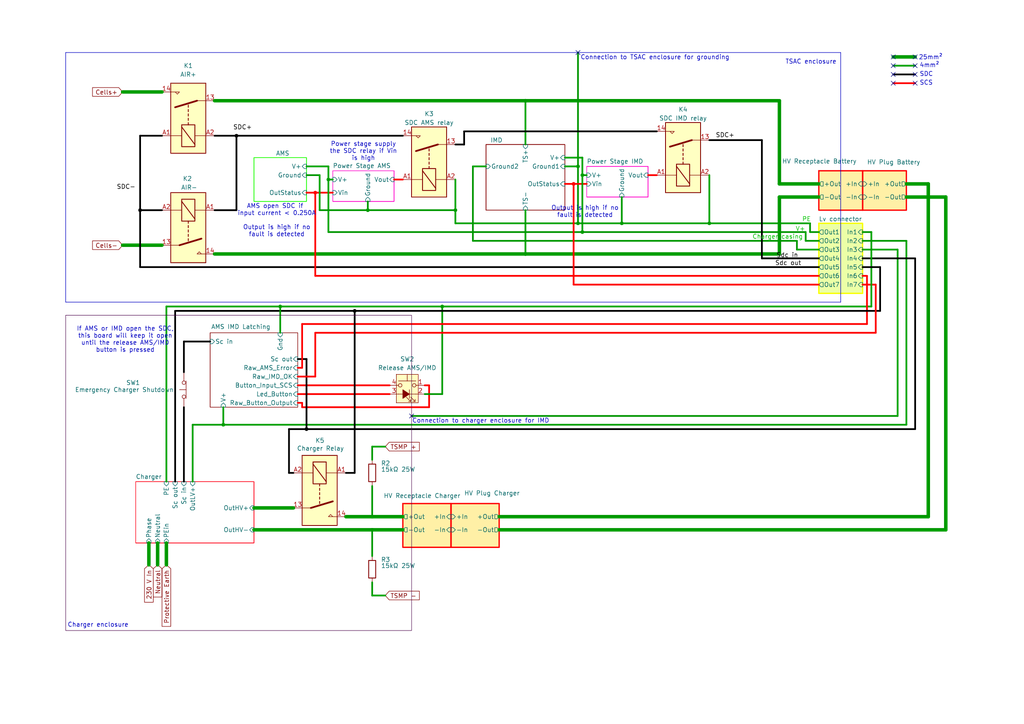
<source format=kicad_sch>
(kicad_sch (version 20231120) (generator "eeschema") (generator_version "8.0")
  (paper "A4")
  (title_block (title "Charger") (date "2024-03-29") (rev "v1.0") (company "EPSA"))
  (lib_symbols
    (symbol "Device:R" (pin_numbers hide) (pin_names (offset 0))
      (property "Reference" "R" (at 2.032 0 90))
      (property "Value" "R" (at 0 0 90))
      (symbol "R_0_1"
        (rectangle (start -1.016 -2.54) (end 1.016 2.54) (stroke (width 0.254)))
      )
      (symbol "R_1_1"
        (pin passive line (at 0 3.81 270) (length 1.27) (name "~") (number "1"))
        (pin passive line (at 0 -3.81 90) (length 1.27) (name "~") (number "2"))
      )
    )
    (symbol "Relay:Relay_SPST-NO"
      (property "Reference" "K" (at 11.43 3.81 0))
      (property "Value" "Relay_SPST-NO" (at 11.43 1.27 0))
      (symbol "Relay_SPST-NO_0_0"
        (polyline (pts (xy 7.62 5.08) (xy 7.62 2.54) (xy 6.985 3.175) (xy 7.62 3.81)))
      )
      (symbol "Relay_SPST-NO_0_1"
        (rectangle (start -10.16 5.08) (end 10.16 -5.08) (stroke (width 0.254)) (fill (type background)))
        (rectangle (start -8.255 1.905) (end -1.905 -1.905) (stroke (width 0.254)))
        (polyline (pts (xy -7.62 -1.905) (xy -2.54 1.905)) (stroke (width 0.254)))
        (polyline (pts (xy -5.08 -5.08) (xy -5.08 -1.905)))
        (polyline (pts (xy -5.08 5.08) (xy -5.08 1.905)))
        (polyline (pts (xy -1.905 0) (xy -1.27 0)) (stroke (width 0.254)))
        (polyline (pts (xy -0.635 0) (xy 0 0)) (stroke (width 0.254)))
        (polyline (pts (xy 0.635 0) (xy 1.27 0)) (stroke (width 0.254)))
        (polyline (pts (xy 1.905 0) (xy 2.54 0)) (stroke (width 0.254)))
        (polyline (pts (xy 3.175 0) (xy 3.81 0)) (stroke (width 0.254)))
        (polyline (pts (xy 5.08 -2.54) (xy 3.175 3.81)) (stroke (width 0.508)))
        (polyline (pts (xy 5.08 -2.54) (xy 5.08 -5.08)))
      )
      (symbol "Relay_SPST-NO_1_1"
        (pin passive line (at 5.08 -7.62 90) (length 2.54) (name "~") (number "13"))
        (pin passive line (at 7.62 7.62 270) (length 2.54) (name "~") (number "14"))
        (pin passive line (at -5.08 7.62 270) (length 2.54) (name "~") (number "A1"))
        (pin passive line (at -5.08 -7.62 90) (length 2.54) (name "~") (number "A2"))
      )
    )
    (symbol "Switch:SW_MEC_5G_LED" (pin_names (offset 1.016) hide)
      (property "Reference" "SW" (at 0 7.62 0))
      (property "Value" "SW_MEC_5G_LED" (at 0 -3.81 0))
      (symbol "SW_MEC_5G_LED_0_0"
        (polyline (pts (xy -2.54 0) (xy 2.54 0)))
        (polyline (pts (xy -2.286 -2.159) (xy -1.016 -0.889)))
        (polyline (pts (xy -1.016 -2.159) (xy 0.254 -0.889)))
        (polyline (pts (xy -0.635 1.27) (xy -0.635 -1.27)))
        (polyline (pts (xy -2.286 -1.524) (xy -2.286 -2.159) (xy -1.651 -2.159)))
        (polyline (pts (xy -1.016 -1.524) (xy -1.016 -2.159) (xy -0.381 -2.159)))
        (polyline (pts (xy -0.635 0) (xy 1.27 1.27) (xy 1.27 -1.27) (xy -0.635 0)) (fill (type outline)))
      )
      (symbol "SW_MEC_5G_LED_0_1"
        (circle (center -2.032 2.54) (radius 0.508))
        (polyline (pts (xy 0 3.81) (xy 0 5.588)))
        (polyline (pts (xy 2.54 3.81) (xy -2.54 3.81)))
        (circle (center 2.032 2.54) (radius 0.508))
        (pin passive line (at -5.08 2.54 0) (length 2.54) (name "1") (number "1"))
        (pin passive line (at -5.08 0 0) (length 2.54) (name "2") (number "2"))
        (pin passive line (at 5.08 0 180) (length 2.54) (name "K") (number "3"))
        (pin passive line (at 5.08 2.54 180) (length 2.54) (name "A") (number "4"))
      )
      (symbol "SW_MEC_5G_LED_1_1"
        (rectangle (start -3.175 5.715) (end 3.175 -2.54) (fill (type background)))
      )
    )
    (symbol "Switch:SW_Push_Open" (pin_numbers hide) (pin_names (offset 1.016) hide)
      (property "Reference" "SW" (at 0 2.54 0))
      (property "Value" "SW_Push_Open" (at 0 -1.905 0))
      (symbol "SW_Push_Open_0_1"
        (circle (center -2.032 0) (radius 0.508))
        (polyline (pts (xy -2.54 -0.635) (xy 2.54 -0.635)))
        (polyline (pts (xy 0 -0.635) (xy 0 1.27)))
        (circle (center 2.032 0) (radius 0.508))
        (pin passive line (at -5.08 0 0) (length 2.54) (name "A") (number "1"))
      )
      (symbol "SW_Push_Open_1_1"
        (pin passive line (at 5.08 0 180) (length 2.54) (name "B") (number "2"))
      )
    )
  )
  (junction (at 180.34 64.77))
  (junction (at 107.95 153.67))
  (junction (at 102.87 90.17) (color 0 0 0 1))
  (junction (at 168.91 67.31))
  (junction (at 106.68 60.96))
  (junction (at 168.91 50.8))
  (junction (at 132.08 60.96))
  (junction (at 91.44 55.88) (color 255 0 0 1))
  (junction (at 152.4 29.21))
  (junction (at 128.27 88.9))
  (junction (at 40.64 60.96) (color 0 0 0 1))
  (junction (at 64.77 123.19))
  (junction (at 68.58 39.37) (color 0 0 0 1))
  (junction (at 152.4 73.66))
  (junction (at 107.95 149.86))
  (junction (at 88.9 124.46) (color 0 0 0 1))
  (junction (at 167.64 64.77))
  (junction (at 81.28 88.9))
  (junction (at 95.25 52.07))
  (junction (at 205.74 64.77))
  (junction (at 166.37 53.34) (color 255 0 0 1))
  (junction (at 167.64 48.26))
  (no_connect (at 265.43 24.13))
  (no_connect (at 265.43 21.59))
  (no_connect (at 265.43 16.51))
  (no_connect (at 167.64 15.24))
  (no_connect (at 259.08 21.59))
  (no_connect (at 265.43 19.05))
  (no_connect (at 259.08 16.51))
  (no_connect (at 259.08 19.05))
  (no_connect (at 259.08 24.13))
  (no_connect (at 119.38 120.65))
  (wire (pts (xy 107.95 172.72) (xy 111.76 172.72)) (stroke (width 0.5)))
  (wire (pts (xy 91.44 55.88) (xy 91.44 80.01)) (stroke (width 0.508) (color 255 0 0 1)))
  (wire (pts (xy 234.95 64.77) (xy 234.95 67.31)) (stroke (width 0.5)))
  (wire (pts (xy 259.08 21.59) (xy 265.43 21.59)) (stroke (width 0.508) (color 0 0 0 1)))
  (wire (pts (xy 137.16 48.26) (xy 140.97 48.26)) (stroke (width 0.5)))
  (wire (pts (xy 262.89 69.85) (xy 262.89 123.19)) (stroke (width 0.5)))
  (wire (pts (xy 53.34 118.11) (xy 53.34 139.7)) (stroke (width 0.508) (color 0 0 0 1)))
  (wire (pts (xy 40.64 77.47) (xy 237.49 77.47)) (stroke (width 0.508) (color 0 0 0 1)))
  (wire (pts (xy 87.63 106.68) (xy 86.36 106.68)) (stroke (width 0.508) (color 255 0 0 1)))
  (wire (pts (xy 91.44 55.88) (xy 96.52 55.88)) (stroke (width 0.508) (color 255 0 0 1)))
  (wire (pts (xy 119.38 120.65) (xy 260.35 120.65)) (stroke (width 0.5)))
  (wire (pts (xy 252.73 88.9) (xy 128.27 88.9)) (stroke (width 0.5)))
  (wire (pts (xy 86.36 111.76) (xy 113.03 111.76)) (stroke (width 0.508) (color 255 0 0 1)))
  (wire (pts (xy 107.95 149.86) (xy 100.33 149.86)) (stroke (width 1.016)))
  (wire (pts (xy 53.34 99.06) (xy 53.34 107.95)) (stroke (width 0.508) (color 0 0 0 1)))
  (wire (pts (xy 83.82 124.46) (xy 83.82 137.16)) (stroke (width 0.508) (color 0 0 0 1)))
  (wire (pts (xy 166.37 53.34) (xy 166.37 82.55)) (stroke (width 0.508) (color 255 0 0 1)))
  (wire (pts (xy 106.68 60.96) (xy 106.68 58.42)) (stroke (width 0.5)))
  (wire (pts (xy 124.46 111.76) (xy 123.19 111.76)) (stroke (width 0.508) (color 255 0 0 1)))
  (wire (pts (xy 107.95 140.97) (xy 107.95 149.86)) (stroke (width 0.5)))
  (wire (pts (xy 234.95 67.31) (xy 237.49 67.31)) (stroke (width 0.5)))
  (wire (pts (xy 231.14 69.85) (xy 231.14 72.39)) (stroke (width 0.5)))
  (wire (pts (xy 251.46 80.01) (xy 251.46 93.98)) (stroke (width 0.508) (color 255 0 0 1)))
  (wire (pts (xy 132.08 60.96) (xy 132.08 52.07)) (stroke (width 0.5)))
  (wire (pts (xy 180.34 64.77) (xy 205.74 64.77)) (stroke (width 0.5)))
  (wire (pts (xy 92.71 50.8) (xy 88.9 50.8)) (stroke (width 0.5)))
  (wire (pts (xy 167.64 48.26) (xy 167.64 64.77)) (stroke (width 0.5)))
  (wire (pts (xy 50.8 90.17) (xy 50.8 139.7)) (stroke (width 0.508) (color 0 0 0 1)))
  (wire (pts (xy 81.28 88.9) (xy 48.26 88.9)) (stroke (width 0.5)))
  (wire (pts (xy 91.44 96.52) (xy 91.44 109.22)) (stroke (width 0.508) (color 255 0 0 1)))
  (wire (pts (xy 102.87 90.17) (xy 102.87 137.16)) (stroke (width 0.508) (color 0 0 0 1)))
  (wire (pts (xy 128.27 88.9) (xy 81.28 88.9)) (stroke (width 0.5)))
  (wire (pts (xy 152.4 73.66) (xy 226.06 73.66)) (stroke (width 1)))
  (wire (pts (xy 255.27 90.17) (xy 102.87 90.17)) (stroke (width 0.508) (color 0 0 0 1)))
  (wire (pts (xy 64.77 118.11) (xy 64.77 123.19)) (stroke (width 0.5)))
  (wire (pts (xy 137.16 69.85) (xy 231.14 69.85)) (stroke (width 0.5)))
  (wire (pts (xy 250.19 67.31) (xy 252.73 67.31)) (stroke (width 0.5)))
  (wire (pts (xy 116.84 149.86) (xy 107.95 149.86)) (stroke (width 1.016)))
  (wire (pts (xy 46.99 71.12) (xy 35.56 71.12)) (stroke (width 1)))
  (wire (pts (xy 260.35 72.39) (xy 260.35 120.65)) (stroke (width 0.5)))
  (wire (pts (xy 106.68 60.96) (xy 132.08 60.96)) (stroke (width 0.5)))
  (wire (pts (xy 102.87 90.17) (xy 50.8 90.17)) (stroke (width 0.508) (color 0 0 0 1)))
  (wire (pts (xy 274.32 57.15) (xy 262.89 57.15)) (stroke (width 1.016)))
  (wire (pts (xy 252.73 67.31) (xy 252.73 88.9)) (stroke (width 0.5)))
  (wire (pts (xy 73.66 153.67) (xy 107.95 153.67)) (stroke (width 1.016)))
  (wire (pts (xy 167.64 15.24) (xy 167.64 48.26)) (stroke (width 0.5)))
  (wire (pts (xy 91.44 109.22) (xy 86.36 109.22)) (stroke (width 0.508) (color 255 0 0 1)))
  (wire (pts (xy 40.64 39.37) (xy 40.64 60.96)) (stroke (width 0.508) (color 0 0 0 1)))
  (wire (pts (xy 233.68 69.85) (xy 237.49 69.85)) (stroke (width 0.5)))
  (polyline (pts (xy 19.05 15.24) (xy 19.05 87.63)) (stroke (width 0) (type solid)))
  (wire (pts (xy 87.63 118.11) (xy 87.63 116.84)) (stroke (width 0.508) (color 255 0 0 1)))
  (wire (pts (xy 88.9 55.88) (xy 91.44 55.88)) (stroke (width 0.508) (color 255 0 0 1)))
  (wire (pts (xy 255.27 77.47) (xy 255.27 90.17)) (stroke (width 0.508) (color 0 0 0 1)))
  (wire (pts (xy 250.19 82.55) (xy 254 82.55)) (stroke (width 0.508) (color 255 0 0 1)))
  (wire (pts (xy 269.24 53.34) (xy 262.89 53.34)) (stroke (width 1.016)))
  (wire (pts (xy 226.06 57.15) (xy 226.06 73.66)) (stroke (width 1)))
  (wire (pts (xy 180.34 64.77) (xy 180.34 57.15)) (stroke (width 0.5)))
  (wire (pts (xy 68.58 60.96) (xy 62.23 60.96)) (stroke (width 0.508) (color 0 0 0 1)))
  (polyline (pts (xy 243.84 15.24) (xy 19.05 15.24)) (stroke (width 0) (type solid)))
  (wire (pts (xy 259.08 24.13) (xy 265.43 24.13)) (stroke (width 0.508) (color 255 0 0 1)))
  (wire (pts (xy 205.74 64.77) (xy 234.95 64.77)) (stroke (width 0.5)))
  (wire (pts (xy 62.23 73.66) (xy 152.4 73.66)) (stroke (width 1)))
  (wire (pts (xy 62.23 39.37) (xy 68.58 39.37)) (stroke (width 0.508) (color 0 0 0 1)))
  (wire (pts (xy 231.14 72.39) (xy 237.49 72.39)) (stroke (width 0.5)))
  (wire (pts (xy 95.25 67.31) (xy 168.91 67.31)) (stroke (width 0.5)))
  (wire (pts (xy 91.44 80.01) (xy 237.49 80.01)) (stroke (width 0.508) (color 255 0 0 1)))
  (wire (pts (xy 43.18 163.83) (xy 43.18 157.48)) (stroke (width 1.016)))
  (wire (pts (xy 128.27 88.9) (xy 128.27 114.3)) (stroke (width 0.5)))
  (wire (pts (xy 114.3 52.07) (xy 116.84 52.07)) (stroke (width 0.508) (color 255 0 0 1)))
  (wire (pts (xy 55.88 123.19) (xy 55.88 139.7)) (stroke (width 0.5)))
  (wire (pts (xy 187.96 50.8) (xy 190.5 50.8)) (stroke (width 0.508) (color 255 0 0 1)))
  (wire (pts (xy 87.63 93.98) (xy 87.63 106.68)) (stroke (width 0.508) (color 255 0 0 1)))
  (wire (pts (xy 88.9 104.14) (xy 88.9 124.46)) (stroke (width 0.508) (color 0 0 0 1)))
  (wire (pts (xy 254 96.52) (xy 91.44 96.52)) (stroke (width 0.508) (color 255 0 0 1)))
  (wire (pts (xy 87.63 116.84) (xy 86.36 116.84)) (stroke (width 0.508) (color 255 0 0 1)))
  (wire (pts (xy 64.77 123.19) (xy 262.89 123.19)) (stroke (width 0.5)))
  (wire (pts (xy 168.91 67.31) (xy 168.91 50.8)) (stroke (width 0.5)))
  (wire (pts (xy 107.95 129.54) (xy 107.95 133.35)) (stroke (width 0.5)))
  (wire (pts (xy 73.66 147.32) (xy 85.09 147.32)) (stroke (width 1.016)))
  (polyline (pts (xy 243.84 22.86) (xy 243.84 15.24)) (stroke (width 0) (type solid)))
  (wire (pts (xy 62.23 29.21) (xy 152.4 29.21)) (stroke (width 1)))
  (wire (pts (xy 220.98 74.93) (xy 237.49 74.93)) (stroke (width 0.508) (color 0 0 0 1)))
  (wire (pts (xy 265.43 74.93) (xy 250.19 74.93)) (stroke (width 0.508) (color 0 0 0 1)))
  (wire (pts (xy 250.19 72.39) (xy 260.35 72.39)) (stroke (width 0.5)))
  (polyline (pts (xy 19.05 87.63) (xy 243.84 87.63)) (stroke (width 0) (type solid)))
  (wire (pts (xy 48.26 163.83) (xy 48.26 157.48)) (stroke (width 1.016)))
  (wire (pts (xy 144.78 149.86) (xy 269.24 149.86)) (stroke (width 1.016)))
  (wire (pts (xy 107.95 153.67) (xy 116.84 153.67)) (stroke (width 1.016)))
  (wire (pts (xy 68.58 39.37) (xy 116.84 39.37)) (stroke (width 0.508) (color 0 0 0 1)))
  (wire (pts (xy 68.58 39.37) (xy 68.58 60.96)) (stroke (width 0.508) (color 0 0 0 1)))
  (wire (pts (xy 45.72 163.83) (xy 45.72 157.48)) (stroke (width 1.016)))
  (wire (pts (xy 100.33 137.16) (xy 102.87 137.16)) (stroke (width 0.508) (color 0 0 0 1)))
  (wire (pts (xy 81.28 88.9) (xy 81.28 96.52)) (stroke (width 0.5)))
  (wire (pts (xy 251.46 80.01) (xy 250.19 80.01)) (stroke (width 0.508) (color 255 0 0 1)))
  (wire (pts (xy 124.46 118.11) (xy 87.63 118.11)) (stroke (width 0.508) (color 255 0 0 1)))
  (wire (pts (xy 134.62 38.1) (xy 190.5 38.1)) (stroke (width 0.508) (color 0 0 0 1)))
  (wire (pts (xy 134.62 38.1) (xy 134.62 41.91)) (stroke (width 0.508) (color 0 0 0 1)))
  (wire (pts (xy 152.4 29.21) (xy 226.06 29.21)) (stroke (width 1)))
  (wire (pts (xy 123.19 114.3) (xy 128.27 114.3)) (stroke (width 0.5)))
  (wire (pts (xy 274.32 57.15) (xy 274.32 153.67)) (stroke (width 1.016)))
  (wire (pts (xy 92.71 60.96) (xy 106.68 60.96)) (stroke (width 0.5)))
  (wire (pts (xy 168.91 45.72) (xy 163.83 45.72)) (stroke (width 0.5)))
  (wire (pts (xy 95.25 52.07) (xy 95.25 67.31)) (stroke (width 0.5)))
  (wire (pts (xy 220.98 40.64) (xy 220.98 74.93)) (stroke (width 0.508) (color 0 0 0 1)))
  (wire (pts (xy 167.64 48.26) (xy 163.83 48.26)) (stroke (width 0.5)))
  (wire (pts (xy 48.26 88.9) (xy 48.26 139.7)) (stroke (width 0.5)))
  (wire (pts (xy 166.37 53.34) (xy 170.18 53.34)) (stroke (width 0.508) (color 255 0 0 1)))
  (wire (pts (xy 107.95 153.67) (xy 107.95 161.29)) (stroke (width 0.5)))
  (wire (pts (xy 40.64 60.96) (xy 40.64 77.47)) (stroke (width 0.508) (color 0 0 0 1)))
  (wire (pts (xy 87.63 93.98) (xy 251.46 93.98)) (stroke (width 0.508) (color 255 0 0 1)))
  (wire (pts (xy 83.82 137.16) (xy 85.09 137.16)) (stroke (width 0.508) (color 0 0 0 1)))
  (wire (pts (xy 95.25 52.07) (xy 96.52 52.07)) (stroke (width 0.5)))
  (wire (pts (xy 226.06 29.21) (xy 226.06 53.34)) (stroke (width 1)))
  (wire (pts (xy 86.36 104.14) (xy 88.9 104.14)) (stroke (width 0.508) (color 0 0 0 1)))
  (wire (pts (xy 134.62 41.91) (xy 132.08 41.91)) (stroke (width 0.508) (color 0 0 0 1)))
  (wire (pts (xy 233.68 67.31) (xy 233.68 69.85)) (stroke (width 0.5)))
  (wire (pts (xy 107.95 129.54) (xy 111.76 129.54)) (stroke (width 0.5)))
  (wire (pts (xy 205.74 40.64) (xy 220.98 40.64)) (stroke (width 0.508) (color 0 0 0 1)))
  (wire (pts (xy 168.91 50.8) (xy 170.18 50.8)) (stroke (width 0.5)))
  (wire (pts (xy 167.64 64.77) (xy 180.34 64.77)) (stroke (width 0.5)))
  (wire (pts (xy 254 82.55) (xy 254 96.52)) (stroke (width 0.508) (color 255 0 0 1)))
  (wire (pts (xy 144.78 153.67) (xy 274.32 153.67)) (stroke (width 1.016)))
  (wire (pts (xy 163.83 53.34) (xy 166.37 53.34)) (stroke (width 0.508) (color 255 0 0 1)))
  (wire (pts (xy 265.43 124.46) (xy 265.43 74.93)) (stroke (width 0.508) (color 0 0 0 1)))
  (wire (pts (xy 168.91 67.31) (xy 233.68 67.31)) (stroke (width 0.5)))
  (wire (pts (xy 40.64 60.96) (xy 46.99 60.96)) (stroke (width 0.508) (color 0 0 0 1)))
  (wire (pts (xy 86.36 114.3) (xy 113.03 114.3)) (stroke (width 0.508) (color 255 0 0 1)))
  (polyline (pts (xy 243.84 22.86) (xy 243.84 87.63)) (stroke (width 0) (type solid)))
  (wire (pts (xy 124.46 111.76) (xy 124.46 118.11)) (stroke (width 0.508) (color 255 0 0 1)))
  (wire (pts (xy 250.19 77.47) (xy 255.27 77.47)) (stroke (width 0.508) (color 0 0 0 1)))
  (wire (pts (xy 132.08 64.77) (xy 132.08 60.96)) (stroke (width 0.5)))
  (wire (pts (xy 107.95 168.91) (xy 107.95 172.72)) (stroke (width 0.5)))
  (wire (pts (xy 166.37 82.55) (xy 237.49 82.55)) (stroke (width 0.508) (color 255 0 0 1)))
  (wire (pts (xy 35.56 26.67) (xy 46.99 26.67)) (stroke (width 1)))
  (wire (pts (xy 226.06 53.34) (xy 237.49 53.34)) (stroke (width 1)))
  (wire (pts (xy 88.9 124.46) (xy 265.43 124.46)) (stroke (width 0.508) (color 0 0 0 1)))
  (wire (pts (xy 259.08 16.51) (xy 265.43 16.51)) (stroke (width 1.016)))
  (wire (pts (xy 92.71 50.8) (xy 92.71 60.96)) (stroke (width 0.5)))
  (wire (pts (xy 152.4 60.96) (xy 152.4 73.66)) (stroke (width 0.5)))
  (wire (pts (xy 53.34 99.06) (xy 60.96 99.06)) (stroke (width 0.508) (color 0 0 0 1)))
  (wire (pts (xy 205.74 64.77) (xy 205.74 50.8)) (stroke (width 0.5)))
  (wire (pts (xy 137.16 48.26) (xy 137.16 69.85)) (stroke (width 0.5)))
  (wire (pts (xy 40.64 39.37) (xy 46.99 39.37)) (stroke (width 0.508) (color 0 0 0 1)))
  (wire (pts (xy 64.77 123.19) (xy 55.88 123.19)) (stroke (width 0.5)))
  (wire (pts (xy 88.9 48.26) (xy 95.25 48.26)) (stroke (width 0.5)))
  (wire (pts (xy 132.08 64.77) (xy 167.64 64.77)) (stroke (width 0.5)))
  (wire (pts (xy 226.06 57.15) (xy 237.49 57.15)) (stroke (width 1)))
  (wire (pts (xy 152.4 29.21) (xy 152.4 41.91)) (stroke (width 0.5)))
  (wire (pts (xy 259.08 19.05) (xy 265.43 19.05)) (stroke (width 0.508)))
  (wire (pts (xy 168.91 45.72) (xy 168.91 50.8)) (stroke (width 0.5)))
  (wire (pts (xy 250.19 69.85) (xy 262.89 69.85)) (stroke (width 0.5)))
  (wire (pts (xy 83.82 124.46) (xy 88.9 124.46)) (stroke (width 0.508) (color 0 0 0 1)))
  (wire (pts (xy 95.25 48.26) (xy 95.25 52.07)) (stroke (width 0.5)))
  (wire (pts (xy 269.24 149.86) (xy 269.24 53.34)) (stroke (width 1.016)))
  (rectangle (start 19.05 91.44) (end 119.38 182.88) (stroke (width 0.127) (color 72 0 72 1)))
  (text "Sdc out" (at 228.6 76.454 0) (effects (font (size 1.27 1.27))))
  (text "SDC-" (at 36.576 54.356 0) (effects (font (size 1.27 1.27))))
  (text "V+" (at 232.156 66.548 0) (effects (font (size 1.27 1.27))))
  (text "Sdc in" (at 228.346 74.168 0) (effects (font (size 1.27 1.27))))
  (text "Output is high if no\nfault is detected" (at 169.672 61.468 0) (effects (font (size 1.27 1.27))))
  (text "Connection to TSAC enclosure for grounding\n" (at 189.992 16.764 0) (effects (font (size 1.27 1.27))))
  (text "25mm²\n\n" (at 266.446 19.558 0) (effects (font (size 1.27 1.27)) (justify left bottom)))
  (text "Charger enclosure" (at 28.448 181.356 0) (effects (font (size 1.27 1.27))))
  (text "Charger casing" (at 225.552 68.834 0) (effects (font (size 1.27 1.27))))
  (text "Power stage supply\nthe SDC relay if Vin\nis high" (at 105.41 43.942 0) (effects (font (size 1.27 1.27))))
  (text "AMS open SDC if \ninput current < 0.250A\n\nOutput is high if no\nfault is detected" (at 80.264 64.008 0) (effects (font (size 1.27 1.27))))
  (text "TSAC enclosure\n" (at 235.204 18.034 0) (effects (font (size 1.27 1.27))))
  (text "Connection to charger enclosure for IMD\n" (at 139.446 122.174 0) (effects (font (size 1.27 1.27))))
  (text "SDC" (at 266.7 22.352 0) (effects (font (size 1.27 1.27)) (justify left bottom)))
  (text "If AMS or IMD open the SDC,\nthis board will keep it open\nuntil the release AMS/IMD\nbutton is pressed" (at 36.322 98.552 0) (effects (font (size 1.27 1.27))))
  (text "SDC+" (at 70.358 37.084 0) (effects (font (size 1.27 1.27))))
  (text "PE\n" (at 233.934 63.754 0) (effects (font (size 1.27 1.27))))
  (text "4mm²" (at 266.7 19.812 0) (effects (font (size 1.27 1.27)) (justify left bottom)))
  (text "SCS" (at 266.7 24.892 0) (effects (font (size 1.27 1.27)) (justify left bottom)))
  (text "SDC+" (at 210.312 39.37 0) (effects (font (size 1.27 1.27))))
  (global_label "230 V In" (shape input) (at 43.18 163.83 270) (property "Intersheetrefs" "${INTERSHEET_REFS}" (effects (hide yes))))
  (global_label "TSMP -" (shape input) (at 111.76 172.72 0) (property "Intersheetrefs" "${INTERSHEET_REFS}" (effects (hide yes))))
  (global_label "Cells+" (shape input) (at 35.56 26.67 180) (property "Intersheetrefs" "${INTERSHEET_REFS}" (effects (hide yes))))
  (global_label "TSMP +" (shape input) (at 111.76 129.54 0) (property "Intersheetrefs" "${INTERSHEET_REFS}" (effects (hide yes))))
  (global_label "Protective Earth" (shape input) (at 48.26 163.83 270) (property "Intersheetrefs" "${INTERSHEET_REFS}" (effects (hide yes))))
  (global_label "Cells-" (shape input) (at 35.56 71.12 180) (property "Intersheetrefs" "${INTERSHEET_REFS}" (effects (hide yes))))
  (global_label "Neutral" (shape input) (at 45.72 163.83 270) (property "Intersheetrefs" "${INTERSHEET_REFS}" (effects (hide yes))))
  (symbol (lib_id "Switch:SW_MEC_5G_LED") (at 118.11 114.3 0) (mirror y) (unit 1)
    (property "Reference" "SW2" (at 118.11 104.14 0))
    (property "Value" "Release AMS/IMD" (at 118.11 106.68 0))
    (property "Datasheet" "http://www.apem.com/int/index.php?controller=attachment&id_attachment=488" (effects (hide yes)))
    (property "Description" "MEC 5G single pole normally-open illuminated tactile switch" (effects (hide yes)))
  )
  (symbol (lib_id "Relay:Relay_SPST-NO") (at 54.61 66.04 270) (unit 1)
    (property "Reference" "K2" (at 54.356 51.816 90))
    (property "Value" "AIR-" (at 54.864 54.356 90))
    (property "Description" "Relay SPST, Normally Open, EN50005" (effects (hide yes)))
  )
  (symbol (lib_id "Relay:Relay_SPST-NO") (at 198.12 45.72 90) (unit 1)
    (property "Reference" "K4" (at 198.12 31.75 90))
    (property "Value" "SDC IMD relay" (at 198.12 34.29 90))
    (property "Description" "Relay SPST, Normally Open, EN50005" (effects (hide yes)))
  )
  (symbol (lib_id "Device:R") (at 107.95 165.1 0) (unit 1)
    (property "Reference" "R3" (at 110.49 162.306 0) (effects (justify left)))
    (property "Value" "15kΩ 25W" (at 110.49 164.084 0) (effects (justify left)))
    (property "Description" "Ohmite HS25 15K J " (effects (hide yes)))
    (property "Current rating" "0.04A @ 600V" (effects (hide yes)))
  )
  (symbol (lib_id "Relay:Relay_SPST-NO") (at 92.71 142.24 270) (unit 1)
    (property "Reference" "K5" (at 91.44 127.762 90) (effects (justify left)))
    (property "Value" "Charger Relay" (at 86.106 130.048 90) (effects (justify left)))
    (property "Description" "Relay SPST, Normally Open, EN50005" (effects (hide yes)))
  )
  (symbol (lib_id "Relay:Relay_SPST-NO") (at 54.61 34.29 90) (unit 1)
    (property "Reference" "K1" (at 54.61 19.05 90))
    (property "Value" "AIR+" (at 54.61 21.59 90))
    (property "Description" "Relay SPST, Normally Open, EN50005" (effects (hide yes)))
  )
  (symbol (lib_id "Switch:SW_Push_Open") (at 53.34 113.03 90) (unit 1)
    (property "Reference" "SW1" (at 38.608 110.998 90))
    (property "Value" "Emergency Charger Shutdown" (at 36.068 113.03 90))
    (property "Description" "Push button switch, push-to-open, generic, two pins" (effects (hide yes)))
  )
  (symbol (lib_id "Relay:Relay_SPST-NO") (at 124.46 46.99 90) (unit 1)
    (property "Reference" "K3" (at 124.46 33.02 90))
    (property "Value" "SDC AMS relay" (at 124.46 35.56 90))
    (property "Description" "Relay SPST, Normally Open, EN50005" (effects (hide yes)))
  )
  (symbol (lib_id "Device:R") (at 107.95 137.16 0) (unit 1)
    (property "Reference" "R2" (at 110.49 134.366 0) (effects (justify left)))
    (property "Value" "15kΩ 25W" (at 110.49 136.144 0) (effects (justify left)))
    (property "Description" "Ohmite HS25 15K J " (effects (hide yes)))
    (property "Current rating" "0.04A @ 600V" (effects (hide yes)))
  )
  (sheet (at 140.97 41.91) (size 22.86 19.05) (stroke (width 0.1524))
    (property "Sheetname" "IMD" (at 142.24 41.402 0) (effects (justify left bottom)))
    (property "Sheetfile" "IMD.kicad_sch" (effects (hide yes)))
    (property "Description" "Bender IR155-3203 " (effects (hide yes)))
    (property "Current rating" "2A" (effects (hide yes)))
    (pin "TS+" input (at 152.4 41.91 90))
    (pin "TS-" input (at 152.4 60.96 270))
    (pin "V+" input (at 163.83 45.72 0))
    (pin "Ground1" input (at 163.83 48.26 0))
    (pin "Ground2" input (at 140.97 48.26 180))
    (pin "OutStatus" input (at 163.83 53.34 0))
  )
  (sheet (at 237.49 49.53) (size 12.7 11.43) (stroke (width 0.381) (color 255 0 4 1)) (fill (color 255 211 0 0.3500))
    (property "Sheetname" "HV Receptacle Battery" (at 226.822 47.498 0) (effects (justify left bottom)))
    (property "Sheetfile" "HV Connector.kicad_sch" (effects (hide yes)))
    (property "Description" "Amphenol UPCR012ALS1" (effects (hide yes)))
    (property "Current rating" "250A" (effects (hide yes)))
    (pin "+In" input (at 250.19 53.34 0))
    (pin "-In" input (at 250.19 57.15 0))
    (pin "+Out" output (at 237.49 53.34 180))
    (pin "-Out" output (at 237.49 57.15 180))
  )
  (sheet (at 250.19 49.53) (size 12.7 11.43) (stroke (width 0.381) (color 255 0 4 1)) (fill (color 255 211 0 0.3500))
    (property "Sheetname" "HV Plug Battery" (at 251.46 47.752 0) (effects (justify left bottom)))
    (property "Sheetfile" "HV Connector.kicad_sch" (effects (hide yes)))
    (property "Description" "Amphenol UPCR012ALS1" (effects (hide yes)))
    (property "Current rating" "250A" (effects (hide yes)))
    (pin "+In" input (at 250.19 53.34 180))
    (pin "-In" input (at 250.19 57.15 180))
    (pin "+Out" output (at 262.89 53.34 0))
    (pin "-Out" output (at 262.89 57.15 0))
  )
  (sheet (at 116.84 146.05) (size 13.97 12.7) (stroke (width 0.381) (color 255 0 4 1)) (fill (color 255 211 0 0.3500))
    (property "Sheetname" "HV Receptacle Charger" (at 111.252 144.526 0) (effects (justify left bottom)))
    (property "Sheetfile" "HV Connector.kicad_sch" (effects (hide yes)))
    (property "Description" "Amphenol UPCR012ALS1" (effects (hide yes)))
    (property "Current rating" "250A" (effects (hide yes)))
    (pin "+In" input (at 130.81 149.86 0))
    (pin "-In" input (at 130.81 153.67 0))
    (pin "+Out" output (at 116.84 149.86 180))
    (pin "-Out" output (at 116.84 153.67 180))
  )
  (sheet (at 96.52 49.53) (size 17.78 8.89) (stroke (width 0.1524) (color 255 0 202 1))
    (property "Sheetname" "Power Stage AMS" (at 96.52 48.8184 0) (effects (justify left bottom)))
    (property "Sheetfile" "Power Stage.kicad_sch" (effects (hide yes)))
    (pin "Ground" input (at 106.68 58.42 270))
    (pin "V+" input (at 96.52 52.07 180))
    (pin "Vout" input (at 114.3 52.07 0))
    (pin "Vin" input (at 96.52 55.88 180))
  )
  (sheet (at 237.49 64.77) (size 12.7 20.32) (stroke (width 0.381) (color 249 255 1 1)) (fill (color 201 255 0 0.3500))
    (property "Sheetname" "Lv connector" (at 237.49 64.262 0) (effects (justify left bottom)))
    (property "Sheetfile" "HV Connector.kicad_sch" (effects (hide yes)))
    (property "Description" "Amphenol UPCR012ALS1" (effects (hide yes)))
    (property "Current rating" "250A" (effects (hide yes)))
    (pin "In1" input (at 250.19 67.31 0))
    (pin "In2" input (at 250.19 69.85 0))
    (pin "Out1" output (at 237.49 67.31 180))
    (pin "Out2" output (at 237.49 69.85 180))
    (pin "In3" input (at 250.19 72.39 0))
    (pin "Out3" output (at 237.49 72.39 180))
    (pin "In4" input (at 250.19 74.93 0))
    (pin "Out4" output (at 237.49 74.93 180))
    (pin "In5" input (at 250.19 77.47 0))
    (pin "Out5" output (at 237.49 77.47 180))
    (pin "Out6" output (at 237.49 80.01 180))
    (pin "In6" input (at 250.19 80.01 0))
    (pin "In7" input (at 250.19 82.55 0))
    (pin "Out7" output (at 237.49 82.55 180))
  )
  (sheet (at 170.18 48.26) (size 17.78 8.89) (stroke (width 0.1524) (color 255 0 202 1))
    (property "Sheetname" "Power Stage IMD" (at 170.18 47.5484 0) (effects (justify left bottom)))
    (property "Sheetfile" "Power Stage.kicad_sch" (effects (hide yes)))
    (pin "Ground" input (at 180.34 57.15 270))
    (pin "V+" input (at 170.18 50.8 180))
    (pin "Vout" input (at 187.96 50.8 0))
    (pin "Vin" input (at 170.18 53.34 180))
  )
  (sheet (at 39.37 139.7) (size 34.29 17.78) (stroke (width 0.1524) (color 255 0 21 1))
    (property "Sheetname" "Charger" (at 39.37 138.9884 0) (effects (justify left bottom)))
    (property "Sheetfile" "Raw Charger.kicad_sch" (effects (hide yes)))
    (pin "OutHV+" input (at 73.66 147.32 0))
    (pin "PE" input (at 48.26 139.7 90))
    (pin "OutHV-" input (at 73.66 153.67 0))
    (pin "PEin" input (at 48.26 157.48 270))
    (pin "Neutral" input (at 45.72 157.48 270))
    (pin "OutLV+" input (at 55.88 139.7 90))
    (pin "Phase" input (at 43.18 157.48 270))
    (pin "Sc out" input (at 50.8 139.7 90))
    (pin "Sc in" input (at 53.34 139.7 90))
  )
  (sheet (at 60.96 96.52) (size 25.4 21.59) (stroke (width 0.1524))
    (property "Sheetname" "AMS IMD Latching" (at 61.214 95.504 0) (effects (justify left bottom)))
    (property "Sheetfile" "AMS_IMD_Reset.kicad_sch" (effects (hide yes)))
    (pin "V+" input (at 64.77 118.11 270))
    (pin "Gnd" input (at 81.28 96.52 90))
    (pin "Raw_AMS_Error" input (at 86.36 106.68 0))
    (pin "Sc in" input (at 60.96 99.06 180))
    (pin "Raw_IMD_OK" input (at 86.36 109.22 0))
    (pin "Sc out" input (at 86.36 104.14 0))
    (pin "Button_Input_SCS" input (at 86.36 111.76 0))
    (pin "Raw_Button_Output" input (at 86.36 116.84 0))
    (pin "Led_Button" input (at 86.36 114.3 0))
  )
  (sheet (at 130.81 146.05) (size 13.97 12.7) (stroke (width 0.381) (color 255 0 4 1)) (fill (color 255 211 0 0.3500))
    (property "Sheetname" "HV Plug Charger" (at 134.62 143.764 0) (effects (justify left bottom)))
    (property "Sheetfile" "HV Connector.kicad_sch" (effects (hide yes)))
    (property "Description" "Amphenol UPCR012ALS1" (effects (hide yes)))
    (property "Current rating" "250A" (effects (hide yes)))
    (pin "+In" input (at 130.81 149.86 180))
    (pin "-In" input (at 130.81 153.67 180))
    (pin "+Out" output (at 144.78 149.86 0))
    (pin "-Out" output (at 144.78 153.67 0))
  )
  (sheet (at 73.66 45.72) (size 15.24 12.7) (stroke (width 0.1524) (color 26 255 0 1))
    (property "Sheetname" "AMS" (at 80.01 45.212 0) (effects (justify left bottom)))
    (property "Sheetfile" "AMS.kicad_sch" (effects (hide yes)))
    (pin "V+" input (at 88.9 48.26 0))
    (pin "Ground" input (at 88.9 50.8 0))
    (pin "OutStatus" input (at 88.9 55.88 0))
  )
)
</source>
